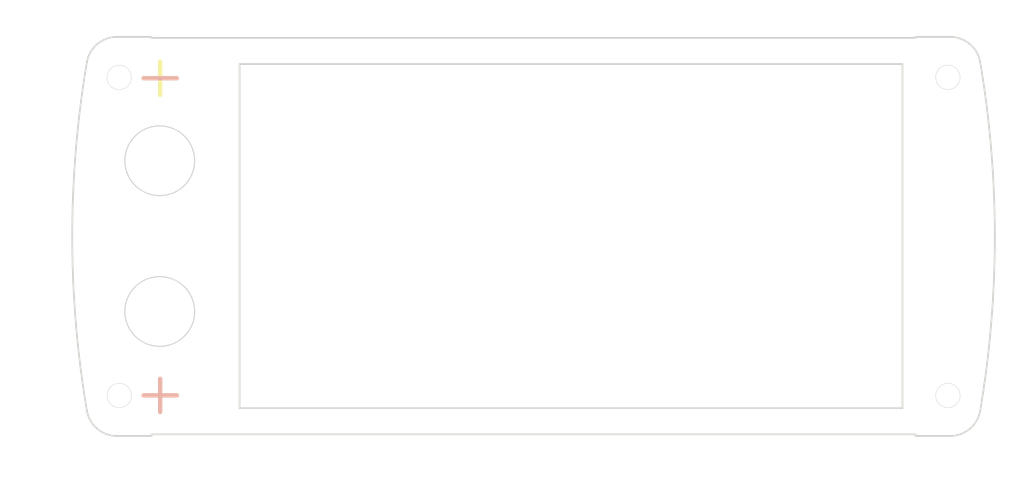
<source format=kicad_pcb>
(kicad_pcb (version 20171130) (host pcbnew "(5.1.4)-1")
  (layers (0 F.Cu signal) (31 B.Cu signal) (34 B.Paste user) (35 F.Paste user) (36 B.SilkS user) (37 F.SilkS user) (38 B.Mask user) (39 F.Mask user) (44 Edge.Cuts user))
  (net 0 "")
  (module front_panel:DPS3005 (layer F.Cu) (at 128.7 69.85)
    (fp_text reference DPS1 hide)
    (fp_text value DPS3005)
  )
  (gr_line (start 168.202849 92.784829) (end 168.202849 92.6) (layer Edge.Cuts) (width 0.2))
  (gr_line (start 80.602849 92.784829) (end 80.602849 92.6) (layer Edge.Cuts) (width 0.2))
  (gr_line (start 80.602849 47.1) (end 80.602849 46.984829) (layer Edge.Cuts) (width 0.2))
  (gr_text - (at 81.6 51.35) (layer B.SilkS) (effects (font (size 5 5) (thickness 0.5))))
  (gr_text + (at 81.6 87.75) (layer B.SilkS) (effects (font (size 5 5) (thickness 0.5))))
  (gr_text - (at 81.6 87.75) (layer F.SilkS) (effects (font (size 5 5) (thickness 0.5))))
  (gr_text + (at 81.6 51.35) (layer F.SilkS) (effects (font (size 5 5) (thickness 0.5))))
  (gr_line (start 90.7 89.6) (end 90.7 50.1) (layer Edge.Cuts) (width 0.2))
  (gr_line (start 166.7 89.6) (end 90.7 89.6) (layer Edge.Cuts) (width 0.2))
  (gr_line (start 166.7 50.1) (end 166.7 89.6) (layer Edge.Cuts) (width 0.2))
  (gr_line (start 90.7 50.1) (end 166.7 50.1) (layer Edge.Cuts) (width 0.2))
  (gr_circle (center 76.9 51.64) (end 78.3 51.64) (layer Edge.Cuts) (width 0.05))
  (gr_circle (center 76.91 88.14) (end 78.31 88.14) (layer Edge.Cuts) (width 0.05))
  (gr_circle (center 171.91 88.14) (end 173.31 88.14) (layer Edge.Cuts) (width 0.05))
  (gr_circle (center 171.91 51.63) (end 173.31 51.63) (layer Edge.Cuts) (width 0.05))
  (gr_circle (center 81.55 78.5) (end 85.55 78.5) (layer Edge.Cuts) (width 0.12))
  (gr_circle (center 81.55 61.2) (end 85.55 61.2) (layer Edge.Cuts) (width 0.12))
  (gr_arc (start 172.161319 50.484829) (end 175.606012 49.863932) (angle -79.77314564) (layer Edge.Cuts) (width 0.2))
  (gr_arc (start 76.644379 50.484829) (end 76.644379 46.984829) (angle -80.4) (layer Edge.Cuts) (width 0.2))
  (gr_arc (start 76.644379 89.284829) (end 73.203199 89.926495) (angle -79.42331634) (layer Edge.Cuts) (width 0.2))
  (gr_line (start 168.202849 46.984829) (end 168.202849 47.1) (layer Edge.Cuts) (width 0.2))
  (gr_line (start 76.644379 46.984829) (end 80.602849 46.984829) (layer Edge.Cuts) (width 0.2))
  (gr_line (start 80.602849 47.1) (end 168.202849 47.1) (layer Edge.Cuts) (width 0.2))
  (gr_line (start 168.202849 92.6) (end 80.602849 92.6) (layer Edge.Cuts) (width 0.2))
  (gr_line (start 80.602849 92.784829) (end 76.644379 92.784829) (layer Edge.Cuts) (width 0.2))
  (gr_arc (start 57.350169 69.884829) (end 175.612398 89.867969) (angle -19.2) (layer Edge.Cuts) (width 0.2))
  (gr_arc (start 191.517744 69.884829) (end 73.193248 49.901997) (angle -19.2) (layer Edge.Cuts) (width 0.2))
  (gr_arc (start 172.161319 89.284829) (end 172.161319 92.784829) (angle -80.40914098) (layer Edge.Cuts) (width 0.2))
  (gr_line (start 168.202849 46.984829) (end 172.161319 46.984829) (layer Edge.Cuts) (width 0.2))
  (gr_line (start 172.161319 92.784829) (end 168.202849 92.784829) (layer Edge.Cuts) (width 0.2))
)
</source>
